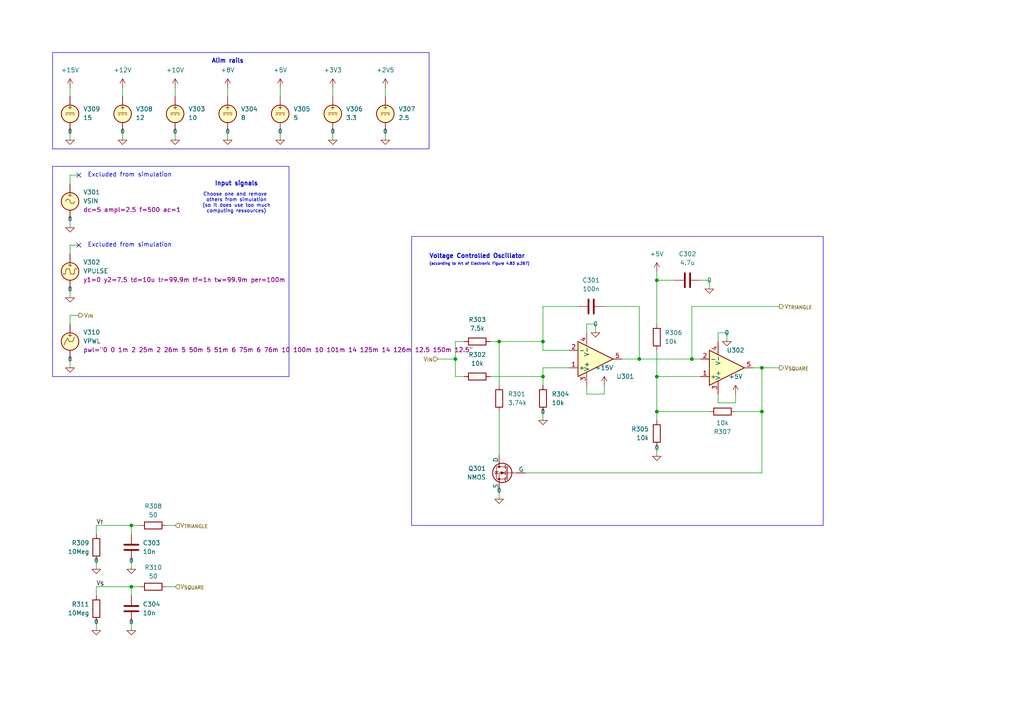
<source format=kicad_sch>
(kicad_sch (version 20231120) (generator "eeschema") (generator_version "8.0")
  (paper "A4")
  (lib_symbols
    (symbol "Device:C" (pin_numbers hide) (pin_names (offset 0.254))
      (property "Reference" "C" (at 0.635 2.54 0))
      (property "Value" "C" (at 0.635 -2.54 0))
      (symbol "C_0_1"
        (polyline (pts (xy -2.032 -0.762) (xy 2.032 -0.762)) (stroke (width 0.508)))
        (polyline (pts (xy -2.032 0.762) (xy 2.032 0.762)) (stroke (width 0.508)))
      )
      (symbol "C_1_1"
        (pin passive line (at 0 3.81 270) (length 2.794) (name "~") (number "1"))
        (pin passive line (at 0 -3.81 90) (length 2.794) (name "~") (number "2"))
      )
    )
    (symbol "Device:R" (pin_numbers hide) (pin_names (offset 0))
      (property "Reference" "R" (at 2.032 0 90))
      (property "Value" "R" (at 0 0 90))
      (symbol "R_0_1"
        (rectangle (start -1.016 -2.54) (end 1.016 2.54) (stroke (width 0.254)))
      )
      (symbol "R_1_1"
        (pin passive line (at 0 3.81 270) (length 1.27) (name "~") (number "1"))
        (pin passive line (at 0 -3.81 90) (length 1.27) (name "~") (number "2"))
      )
    )
    (symbol "Simulation_SPICE:0" (power) (pin_numbers hide) (pin_names (offset 0) hide)
      (property "Value" "0" (at 0 -2.54 0))
      (symbol "0_0_1"
        (polyline (pts (xy -1.27 0) (xy 0 -1.27) (xy 1.27 0) (xy -1.27 0)))
      )
      (symbol "0_1_1"
        (pin power_in line (at 0 0 0) (length 0) (name "~") (number "1"))
      )
    )
    (symbol "Simulation_SPICE:NMOS" (pin_numbers hide) (pin_names (offset 0))
      (property "Reference" "Q" (at 5.08 1.27 0))
      (property "Value" "NMOS" (at 5.08 -1.27 0))
      (symbol "NMOS_0_1"
        (polyline (pts (xy 0.254 0) (xy -2.54 0)))
        (polyline (pts (xy 0.254 1.905) (xy 0.254 -1.905)) (stroke (width 0.254)))
        (polyline (pts (xy 0.762 -1.27) (xy 0.762 -2.286)) (stroke (width 0.254)))
        (polyline (pts (xy 0.762 0.508) (xy 0.762 -0.508)) (stroke (width 0.254)))
        (polyline (pts (xy 0.762 2.286) (xy 0.762 1.27)) (stroke (width 0.254)))
        (polyline (pts (xy 2.54 2.54) (xy 2.54 1.778)))
        (polyline (pts (xy 2.54 -2.54) (xy 2.54 0) (xy 0.762 0)))
        (polyline (pts (xy 0.762 -1.778) (xy 3.302 -1.778) (xy 3.302 1.778) (xy 0.762 1.778)))
        (polyline (pts (xy 1.016 0) (xy 2.032 0.381) (xy 2.032 -0.381) (xy 1.016 0)) (fill (type outline)))
        (polyline (pts (xy 2.794 0.508) (xy 2.921 0.381) (xy 3.683 0.381) (xy 3.81 0.254)))
        (polyline (pts (xy 3.302 0.381) (xy 2.921 -0.254) (xy 3.683 -0.254) (xy 3.302 0.381)))
        (circle (center 1.651 0) (radius 2.794) (stroke (width 0.254)))
        (circle (center 2.54 -1.778) (radius 0.254) (fill (type outline)))
        (circle (center 2.54 1.778) (radius 0.254) (fill (type outline)))
      )
      (symbol "NMOS_1_1"
        (pin passive line (at 2.54 5.08 270) (length 2.54) (name "D") (number "1"))
        (pin input line (at -5.08 0 0) (length 2.54) (name "G") (number "2"))
        (pin passive line (at 2.54 -5.08 90) (length 2.54) (name "S") (number "3"))
      )
    )
    (symbol "Simulation_SPICE:OPAMP" (pin_names (offset 0.254))
      (property "Reference" "U" (at 3.81 3.175 0))
      (property "Value" "${SIM.PARAMS}" (at 3.81 -3.175 0))
      (symbol "OPAMP_0_1"
        (polyline (pts (xy 5.08 0) (xy -5.08 5.08) (xy -5.08 -5.08) (xy 5.08 0)) (stroke (width 0.254)) (fill (type background)))
      )
      (symbol "OPAMP_1_1"
        (pin input line (at -7.62 2.54 0) (length 2.54) (name "+") (number "1"))
        (pin input line (at -7.62 -2.54 0) (length 2.54) (name "-") (number "2"))
        (pin power_in line (at -2.54 7.62 270) (length 3.81) (name "V+") (number "3"))
        (pin power_in line (at -2.54 -7.62 90) (length 3.81) (name "V-") (number "4"))
        (pin output line (at 7.62 0 180) (length 2.54) (name "~") (number "5"))
      )
    )
    (symbol "Simulation_SPICE:VDC" (pin_numbers hide) (pin_names (offset 0.0254))
      (property "Reference" "V" (at 2.54 2.54 0))
      (property "Value" "1" (at 2.54 0 0))
      (symbol "VDC_0_0"
        (polyline (pts (xy -1.27 0.254) (xy 1.27 0.254)))
        (polyline (pts (xy -0.762 -0.254) (xy -1.27 -0.254)))
        (polyline (pts (xy 0.254 -0.254) (xy -0.254 -0.254)))
        (polyline (pts (xy 1.27 -0.254) (xy 0.762 -0.254)))
        (text "+" (at 0 1.905 0) (effects (font (size 1.27 1.27))))
      )
      (symbol "VDC_0_1"
        (circle (center 0 0) (radius 2.54) (stroke (width 0.254)) (fill (type background)))
      )
      (symbol "VDC_1_1"
        (pin passive line (at 0 5.08 270) (length 2.54) (name "~") (number "1"))
        (pin passive line (at 0 -5.08 90) (length 2.54) (name "~") (number "2"))
      )
    )
    (symbol "Simulation_SPICE:VPULSE" (pin_numbers hide) (pin_names (offset 0.0254))
      (property "Reference" "V" (at 2.54 2.54 0))
      (property "Value" "VPULSE" (at 2.54 0 0))
      (property "Sim.Params" "y1=0 y2=1 td=2n tr=2n tf=2n tw=50n per=100n" (at 2.54 -2.54 0))
      (symbol "VPULSE_0_0"
        (polyline (pts (xy -2.032 -0.762) (xy -1.397 -0.762) (xy -1.143 0.762) (xy -0.127 0.762) (xy 0.127 -0.762) (xy 1.143 -0.762) (xy 1.397 0.762) (xy 2.032 0.762)))
        (text "+" (at 0 1.905 0) (effects (font (size 1.27 1.27))))
      )
      (symbol "VPULSE_0_1"
        (circle (center 0 0) (radius 2.54) (stroke (width 0.254)) (fill (type background)))
      )
      (symbol "VPULSE_1_1"
        (pin passive line (at 0 5.08 270) (length 2.54) (name "~") (number "1"))
        (pin passive line (at 0 -5.08 90) (length 2.54) (name "~") (number "2"))
      )
    )
    (symbol "Simulation_SPICE:VPWL" (pin_numbers hide) (pin_names (offset 0.0254))
      (property "Reference" "V" (at 2.54 2.54 0))
      (property "Value" "VPWL" (at 2.54 0 0))
      (property "Sim.Params" "pwl=\"0 -1 50n -1 51n 0 97n 1 171n -1 200n -1\"" (at 2.54 -2.54 0))
      (symbol "VPWL_0_0"
        (polyline (pts (xy -1.778 -1.016) (xy -0.762 1.016) (xy -0.254 0) (xy 0.762 0) (xy 1.27 1.27)))
        (text "+" (at 0 1.905 0) (effects (font (size 1.27 1.27))))
      )
      (symbol "VPWL_0_1"
        (circle (center 0 0) (radius 2.54) (stroke (width 0.254)) (fill (type background)))
      )
      (symbol "VPWL_1_1"
        (pin passive line (at 0 5.08 270) (length 2.54) (name "~") (number "1"))
        (pin passive line (at 0 -5.08 90) (length 2.54) (name "~") (number "2"))
      )
    )
    (symbol "Simulation_SPICE:VSIN" (pin_numbers hide) (pin_names (offset 0.0254))
      (property "Reference" "V" (at 2.54 2.54 0))
      (property "Value" "VSIN" (at 2.54 0 0))
      (property "Sim.Params" "dc=0 ampl=1 f=1k ac=1" (at 2.54 -2.54 0))
      (symbol "VSIN_0_0"
        (arc (start 0 0) (mid -0.635 0.6323) (end -1.27 0))
        (arc (start 0 0) (mid 0.635 -0.6323) (end 1.27 0))
        (text "+" (at 0 1.905 0) (effects (font (size 1.27 1.27))))
      )
      (symbol "VSIN_0_1"
        (circle (center 0 0) (radius 2.54) (stroke (width 0.254)) (fill (type background)))
      )
      (symbol "VSIN_1_1"
        (pin passive line (at 0 5.08 270) (length 2.54) (name "~") (number "1"))
        (pin passive line (at 0 -5.08 90) (length 2.54) (name "~") (number "2"))
      )
    )
    (symbol "power:+10V" (power) (pin_numbers hide) (pin_names (offset 0) hide)
      (property "Value" "+10V" (at 0 3.556 0))
      (symbol "+10V_0_1"
        (polyline (pts (xy -0.762 1.27) (xy 0 2.54)))
        (polyline (pts (xy 0 0) (xy 0 2.54)))
        (polyline (pts (xy 0 2.54) (xy 0.762 1.27)))
      )
      (symbol "+10V_1_1"
        (pin power_in line (at 0 0 90) (length 0) (name "~") (number "1"))
      )
    )
    (symbol "power:+12V" (power) (pin_numbers hide) (pin_names (offset 0) hide)
      (property "Value" "+12V" (at 0 3.556 0))
      (symbol "+12V_0_1"
        (polyline (pts (xy -0.762 1.27) (xy 0 2.54)))
        (polyline (pts (xy 0 0) (xy 0 2.54)))
        (polyline (pts (xy 0 2.54) (xy 0.762 1.27)))
      )
      (symbol "+12V_1_1"
        (pin power_in line (at 0 0 90) (length 0) (name "~") (number "1"))
      )
    )
    (symbol "power:+15V" (power) (pin_numbers hide) (pin_names (offset 0) hide)
      (property "Value" "+15V" (at 0 3.556 0))
      (symbol "+15V_0_1"
        (polyline (pts (xy -0.762 1.27) (xy 0 2.54)))
        (polyline (pts (xy 0 0) (xy 0 2.54)))
        (polyline (pts (xy 0 2.54) (xy 0.762 1.27)))
      )
      (symbol "+15V_1_1"
        (pin power_in line (at 0 0 90) (length 0) (name "~") (number "1"))
      )
    )
    (symbol "power:+2V5" (power) (pin_numbers hide) (pin_names (offset 0) hide)
      (property "Value" "+2V5" (at 0 3.556 0))
      (symbol "+2V5_0_1"
        (polyline (pts (xy -0.762 1.27) (xy 0 2.54)))
        (polyline (pts (xy 0 0) (xy 0 2.54)))
        (polyline (pts (xy 0 2.54) (xy 0.762 1.27)))
      )
      (symbol "+2V5_1_1"
        (pin power_in line (at 0 0 90) (length 0) (name "~") (number "1"))
      )
    )
    (symbol "power:+3V3" (power) (pin_numbers hide) (pin_names (offset 0) hide)
      (property "Value" "+3V3" (at 0 3.556 0))
      (symbol "+3V3_0_1"
        (polyline (pts (xy -0.762 1.27) (xy 0 2.54)))
        (polyline (pts (xy 0 0) (xy 0 2.54)))
        (polyline (pts (xy 0 2.54) (xy 0.762 1.27)))
      )
      (symbol "+3V3_1_1"
        (pin power_in line (at 0 0 90) (length 0) (name "~") (number "1"))
      )
    )
    (symbol "power:+5V" (power) (pin_numbers hide) (pin_names (offset 0) hide)
      (property "Value" "+5V" (at 0 3.556 0))
      (symbol "+5V_0_1"
        (polyline (pts (xy -0.762 1.27) (xy 0 2.54)))
        (polyline (pts (xy 0 0) (xy 0 2.54)))
        (polyline (pts (xy 0 2.54) (xy 0.762 1.27)))
      )
      (symbol "+5V_1_1"
        (pin power_in line (at 0 0 90) (length 0) (name "~") (number "1"))
      )
    )
    (symbol "power:+8V" (power) (pin_numbers hide) (pin_names (offset 0) hide)
      (property "Value" "+8V" (at 0 3.556 0))
      (symbol "+8V_0_1"
        (polyline (pts (xy -0.762 1.27) (xy 0 2.54)))
        (polyline (pts (xy 0 0) (xy 0 2.54)))
        (polyline (pts (xy 0 2.54) (xy 0.762 1.27)))
      )
      (symbol "+8V_1_1"
        (pin power_in line (at 0 0 90) (length 0) (name "~") (number "1"))
      )
    )
  )
  (junction (at 185.42 104.14))
  (junction (at 157.48 99.06))
  (junction (at 190.5 119.38))
  (junction (at 144.78 99.06))
  (junction (at 220.98 119.38))
  (junction (at 190.5 81.28))
  (junction (at 38.1 152.4))
  (junction (at 200.66 104.14))
  (junction (at 220.98 106.68))
  (junction (at 132.08 104.14))
  (junction (at 157.48 109.22))
  (junction (at 38.1 170.18))
  (junction (at 190.5 109.22))
  (no_connect (at 22.86 71.12))
  (no_connect (at 22.86 50.8))
  (wire (pts (xy 172.72 93.98) (xy 170.18 93.98)))
  (wire (pts (xy 210.82 99.06) (xy 210.82 96.52)))
  (wire (pts (xy 185.42 104.14) (xy 180.34 104.14)))
  (wire (pts (xy 157.48 101.6) (xy 157.48 99.06)))
  (wire (pts (xy 157.48 106.68) (xy 157.48 109.22)))
  (wire (pts (xy 213.36 116.84) (xy 208.28 116.84)))
  (wire (pts (xy 81.28 25.4) (xy 81.28 27.94)))
  (wire (pts (xy 20.32 91.44) (xy 22.86 91.44)))
  (wire (pts (xy 144.78 119.38) (xy 144.78 132.08)))
  (wire (pts (xy 157.48 109.22) (xy 157.48 111.76)))
  (wire (pts (xy 208.28 114.3) (xy 208.28 116.84)))
  (wire (pts (xy 144.78 142.24) (xy 144.78 144.78)))
  (wire (pts (xy 35.56 38.1) (xy 35.56 40.64)))
  (wire (pts (xy 40.64 170.18) (xy 38.1 170.18)))
  (wire (pts (xy 27.94 180.34) (xy 27.94 182.88)))
  (wire (pts (xy 132.08 99.06) (xy 132.08 104.14)))
  (wire (pts (xy 200.66 104.14) (xy 203.2 104.14)))
  (wire (pts (xy 190.5 81.28) (xy 190.5 93.98)))
  (wire (pts (xy 220.98 106.68) (xy 220.98 119.38)))
  (wire (pts (xy 185.42 88.9) (xy 185.42 104.14)))
  (wire (pts (xy 144.78 99.06) (xy 144.78 111.76)))
  (wire (pts (xy 190.5 119.38) (xy 205.74 119.38)))
  (wire (pts (xy 132.08 104.14) (xy 132.08 109.22)))
  (wire (pts (xy 20.32 73.66) (xy 20.32 71.12)))
  (wire (pts (xy 170.18 111.76) (xy 170.18 114.3)))
  (wire (pts (xy 175.26 111.76) (xy 175.26 114.3)))
  (wire (pts (xy 96.52 38.1) (xy 96.52 40.64)))
  (wire (pts (xy 81.28 38.1) (xy 81.28 40.64)))
  (wire (pts (xy 20.32 38.1) (xy 20.32 40.64)))
  (wire (pts (xy 210.82 96.52) (xy 208.28 96.52)))
  (wire (pts (xy 142.24 99.06) (xy 144.78 99.06)))
  (wire (pts (xy 35.56 25.4) (xy 35.56 27.94)))
  (wire (pts (xy 175.26 88.9) (xy 185.42 88.9)))
  (wire (pts (xy 190.5 109.22) (xy 190.5 119.38)))
  (wire (pts (xy 27.94 152.4) (xy 27.94 154.94)))
  (wire (pts (xy 38.1 152.4) (xy 27.94 152.4)))
  (wire (pts (xy 38.1 152.4) (xy 38.1 154.94)))
  (wire (pts (xy 190.5 109.22) (xy 203.2 109.22)))
  (wire (pts (xy 190.5 81.28) (xy 195.58 81.28)))
  (wire (pts (xy 165.1 101.6) (xy 157.48 101.6)))
  (wire (pts (xy 27.94 170.18) (xy 38.1 170.18)))
  (wire (pts (xy 66.04 25.4) (xy 66.04 27.94)))
  (wire (pts (xy 142.24 109.22) (xy 157.48 109.22)))
  (wire (pts (xy 185.42 104.14) (xy 200.66 104.14)))
  (wire (pts (xy 40.64 152.4) (xy 38.1 152.4)))
  (wire (pts (xy 20.32 104.14) (xy 20.32 106.68)))
  (wire (pts (xy 127 104.14) (xy 132.08 104.14)))
  (wire (pts (xy 213.36 119.38) (xy 220.98 119.38)))
  (wire (pts (xy 220.98 106.68) (xy 226.06 106.68)))
  (wire (pts (xy 66.04 38.1) (xy 66.04 40.64)))
  (wire (pts (xy 157.48 99.06) (xy 157.48 88.9)))
  (wire (pts (xy 38.1 180.34) (xy 38.1 182.88)))
  (wire (pts (xy 220.98 119.38) (xy 220.98 137.16)))
  (wire (pts (xy 190.5 119.38) (xy 190.5 121.92)))
  (wire (pts (xy 170.18 93.98) (xy 170.18 96.52)))
  (wire (pts (xy 50.8 25.4) (xy 50.8 27.94)))
  (wire (pts (xy 111.76 38.1) (xy 111.76 40.64)))
  (wire (pts (xy 152.4 137.16) (xy 220.98 137.16)))
  (wire (pts (xy 20.32 83.82) (xy 20.32 86.36)))
  (wire (pts (xy 165.1 106.68) (xy 157.48 106.68)))
  (wire (pts (xy 27.94 172.72) (xy 27.94 170.18)))
  (wire (pts (xy 213.36 114.3) (xy 213.36 116.84)))
  (wire (pts (xy 48.26 152.4) (xy 50.8 152.4)))
  (wire (pts (xy 144.78 99.06) (xy 157.48 99.06)))
  (wire (pts (xy 134.62 99.06) (xy 132.08 99.06)))
  (wire (pts (xy 190.5 78.74) (xy 190.5 81.28)))
  (wire (pts (xy 27.94 162.56) (xy 27.94 165.1)))
  (wire (pts (xy 172.72 96.52) (xy 172.72 93.98)))
  (wire (pts (xy 20.32 50.8) (xy 20.32 53.34)))
  (wire (pts (xy 208.28 96.52) (xy 208.28 99.06)))
  (wire (pts (xy 157.48 119.38) (xy 157.48 121.92)))
  (wire (pts (xy 190.5 101.6) (xy 190.5 109.22)))
  (wire (pts (xy 111.76 25.4) (xy 111.76 27.94)))
  (wire (pts (xy 200.66 88.9) (xy 200.66 104.14)))
  (wire (pts (xy 20.32 25.4) (xy 20.32 27.94)))
  (wire (pts (xy 20.32 93.98) (xy 20.32 91.44)))
  (wire (pts (xy 50.8 38.1) (xy 50.8 40.64)))
  (wire (pts (xy 20.32 63.5) (xy 20.32 66.04)))
  (wire (pts (xy 157.48 88.9) (xy 167.64 88.9)))
  (wire (pts (xy 22.86 50.8) (xy 20.32 50.8)))
  (wire (pts (xy 190.5 129.54) (xy 190.5 132.334)))
  (wire (pts (xy 203.2 81.28) (xy 205.74 81.28)))
  (wire (pts (xy 218.44 106.68) (xy 220.98 106.68)))
  (wire (pts (xy 226.06 88.9) (xy 200.66 88.9)))
  (wire (pts (xy 38.1 162.56) (xy 38.1 165.1)))
  (wire (pts (xy 48.26 170.18) (xy 50.8 170.18)))
  (wire (pts (xy 175.26 114.3) (xy 170.18 114.3)))
  (wire (pts (xy 205.74 81.28) (xy 205.74 83.82)))
  (wire (pts (xy 96.52 25.4) (xy 96.52 27.94)))
  (wire (pts (xy 132.08 109.22) (xy 134.62 109.22)))
  (wire (pts (xy 20.32 71.12) (xy 22.86 71.12)))
  (wire (pts (xy 38.1 170.18) (xy 38.1 172.72)))
  (rectangle (start 15.24 48.26) (end 83.82 109.22))
  (rectangle (start 119.38 68.58) (end 238.76 152.4))
  (rectangle (start 15.24 15.24) (end 124.46 43.18))
  (text "Choose one and remove \nothers from simulation\n(so it does use too much\ncomputing ressources)" (at 68.58 55.88 0) (effects (font (size 1 1)) (justify top)))
  (text "(according to Art of Electronic Figure 4.83 p.267)" (at 124.46 76.2 0) (effects (font (size 0.75 0.75)) (justify left top)))
  (text "Excluded from simulation" (at 25.4 50.8 0) (effects (font (size 1.25 1.25)) (justify left)))
  (text "Voltage Controlled Oscillator" (at 124.46 73.66 0) (effects (font (size 1.25 1.25) (thickness 0.25) (bold yes)) (justify left top)))
  (text "Input signals" (at 68.58 53.34 0) (effects (font (size 1.25 1.25) (thickness 0.25) (bold yes))))
  (text "Alim rails" (at 66.04 17.78 0) (effects (font (size 1.25 1.25) (thickness 0.25) (bold yes))))
  (text "Excluded from simulation" (at 25.4 71.12 0) (effects (font (size 1.25 1.25)) (justify left)))
  (label "V_{T}" (at 27.94 152.4 0))
  (label "V_{S}" (at 27.94 170.18 0))
  (hierarchical_label "V_{IN}" (shape output) (at 22.86 91.44 0) (effects (font (size 1.25 1.25))))
  (hierarchical_label "V_{SQUARE}" (shape input) (at 50.8 170.18 0) (effects (font (size 1.25 1.25))))
  (hierarchical_label "V_{TRIANGLE}" (shape output) (at 226.06 88.9 0) (effects (font (size 1.25 1.25))))
  (hierarchical_label "V_{TRIANGLE}" (shape input) (at 50.8 152.4 0) (effects (font (size 1.25 1.25))))
  (hierarchical_label "V_{SQUARE}" (shape output) (at 226.06 106.68 0) (effects (font (size 1.25 1.25))))
  (hierarchical_label "V_{IN}" (shape input) (at 127 104.14 180) (effects (font (size 1.25 1.25))))
  (symbol (lib_id "Device:R") (at 190.5 97.79 0) (unit 1)
    (property "Reference" "R306" (at 192.786 96.5199 0) (effects (justify left)))
    (property "Value" "10k" (at 192.786 99.0599 0) (effects (justify left)))
    (property "Description" "Resistor" (effects (hide yes)))
  )
  (symbol (lib_id "Simulation_SPICE:0") (at 144.78 144.78 0) (unit 1)
    (property "Reference" "#GND0310" (effects (hide yes)))
    (property "Value" "0" (at 144.78 142.24 0))
    (property "Datasheet" "https://ngspice.sourceforge.io/docs/ngspice-html-manual/manual.xhtml#subsec_Circuit_elements__device" (effects (hide yes)))
    (property "Description" "0V reference potential for simulation" (effects (hide yes)))
  )
  (symbol (lib_id "Device:R") (at 209.55 119.38 90) (mirror x) (unit 1)
    (property "Reference" "R307" (at 209.55 125.222 90))
    (property "Value" "10k" (at 209.55 122.682 90))
    (property "Description" "Resistor" (effects (hide yes)))
  )
  (symbol (lib_id "Simulation_SPICE:OPAMP") (at 172.72 104.14 0) (mirror x) (unit 1)
    (property "Reference" "U301" (at 181.356 109.1886 0))
    (property "Value" "${SIM.PARAMS}" (at 181.356 107.2835 0))
    (property "Datasheet" "https://ngspice.sourceforge.io/docs/ngspice-html-manual/manual.xhtml#sec__SUBCKT_Subcircuits" (effects (hide yes)))
    (property "Description" "Operational amplifier, single, node sequence=1:+ 2:- 3:OUT 4:V+ 5:V-" (effects (hide yes)))
    (property "Sim.Pins" "1=in+ 2=in- 3=vcc 4=vee 5=out" (effects (hide yes)))
    (property "Sim.Device" "SUBCKT" (effects (hide yes)))
    (property "Sim.Library" "${KICAD8_SYMBOL_DIR}/Simulation_SPICE.sp" (effects (hide yes)))
    (property "Sim.Name" "kicad_builtin_opamp" (effects (hide yes)))
  )
  (symbol (lib_id "Simulation_SPICE:0") (at 172.72 96.52 0) (unit 1)
    (property "Reference" "#GND0312" (effects (hide yes)))
    (property "Value" "0" (at 172.72 93.98 0))
    (property "Datasheet" "https://ngspice.sourceforge.io/docs/ngspice-html-manual/manual.xhtml#subsec_Circuit_elements__device" (effects (hide yes)))
    (property "Description" "0V reference potential for simulation" (effects (hide yes)))
  )
  (symbol (lib_id "Device:R") (at 27.94 158.75 0) (mirror x) (unit 1)
    (property "Reference" "R309" (at 25.908 157.4799 0) (effects (justify right)))
    (property "Value" "10Meg" (at 25.908 160.0199 0) (effects (font (size 1.25 1.25)) (justify right)))
    (property "Description" "Resistor" (effects (hide yes)))
  )
  (symbol (lib_id "power:+5V") (at 213.36 114.3 0) (unit 1)
    (property "Reference" "#PWR0309" (effects (hide yes)))
    (property "Value" "+5V" (at 213.36 109.22 0))
    (property "Description" "Power symbol creates a global label with name \"+5V\"" (effects (hide yes)))
  )
  (symbol (lib_id "Simulation_SPICE:0") (at 27.94 182.88 0) (unit 1)
    (property "Reference" "#GND0317" (effects (hide yes)))
    (property "Value" "0" (at 27.94 180.34 0))
    (property "Datasheet" "https://ngspice.sourceforge.io/docs/ngspice-html-manual/manual.xhtml#subsec_Circuit_elements__device" (effects (hide yes)))
    (property "Description" "0V reference potential for simulation" (effects (hide yes)))
  )
  (symbol (lib_id "Device:R") (at 138.43 99.06 90) (unit 1)
    (property "Reference" "R303" (at 138.43 92.71 90))
    (property "Value" "7.5k" (at 138.43 95.25 90))
    (property "Description" "Resistor" (effects (hide yes)))
  )
  (symbol (lib_id "Simulation_SPICE:VDC") (at 35.56 33.02 0) (unit 1)
    (property "Reference" "V308" (at 39.37 31.6201 0) (effects (justify left)))
    (property "Value" "12" (at 39.37 34.1602 0) (effects (font (size 1.25 1.25)) (justify left)))
    (property "Datasheet" "https://ngspice.sourceforge.io/docs/ngspice-html-manual/manual.xhtml#sec_Independent_Sources_for" (effects (hide yes)))
    (property "Description" "Voltage source, DC" (effects (hide yes)))
    (property "Sim.Pins" "1=+ 2=-" (effects (hide yes)))
    (property "Sim.Type" "DC" (effects (hide yes)))
    (property "Sim.Device" "V" (effects (hide yes)))
  )
  (symbol (lib_id "Device:C") (at 38.1 176.53 180) (unit 1)
    (property "Reference" "C304" (at 41.402 175.2599 0) (effects (justify right)))
    (property "Value" "10n" (at 41.402 177.7999 0) (effects (justify right)))
    (property "Description" "Unpolarized capacitor" (effects (hide yes)))
  )
  (symbol (lib_id "Simulation_SPICE:0") (at 35.56 40.64 0) (unit 1)
    (property "Reference" "#GND0307" (effects (hide yes)))
    (property "Value" "0" (at 35.56 38.1 0))
    (property "Datasheet" "https://ngspice.sourceforge.io/docs/ngspice-html-manual/manual.xhtml#subsec_Circuit_elements__device" (effects (hide yes)))
    (property "Description" "0V reference potential for simulation" (effects (hide yes)))
  )
  (symbol (lib_id "Device:C") (at 38.1 158.75 180) (unit 1)
    (property "Reference" "C303" (at 41.402 157.4799 0) (effects (justify right)))
    (property "Value" "10n" (at 41.402 160.0199 0) (effects (justify right)))
    (property "Description" "Unpolarized capacitor" (effects (hide yes)))
  )
  (symbol (lib_id "Simulation_SPICE:0") (at 20.32 66.04 0) (unit 1)
    (property "Reference" "#GND0301" (effects (hide yes)))
    (property "Value" "0" (at 20.32 63.5 0))
    (property "Datasheet" "https://ngspice.sourceforge.io/docs/ngspice-html-manual/manual.xhtml#subsec_Circuit_elements__device" (effects (hide yes)))
    (property "Description" "0V reference potential for simulation" (effects (hide yes)))
  )
  (symbol (lib_id "Device:C") (at 199.39 81.28 270) (unit 1)
    (property "Reference" "C302" (at 199.39 73.66 90))
    (property "Value" "4.7u" (at 199.39 76.2 90))
    (property "Description" "Unpolarized capacitor" (effects (hide yes)))
  )
  (symbol (lib_id "Device:R") (at 44.45 170.18 90) (unit 1)
    (property "Reference" "R310" (at 44.45 164.592 90))
    (property "Value" "50" (at 44.45 167.132 90))
    (property "Description" "Resistor" (effects (hide yes)))
  )
  (symbol (lib_id "power:+15V") (at 20.32 25.4 0) (unit 1)
    (property "Reference" "#PWR0307" (effects (hide yes)))
    (property "Value" "+15V" (at 20.32 20.32 0))
    (property "Description" "Power symbol creates a global label with name \"+15V\"" (effects (hide yes)))
  )
  (symbol (lib_id "power:+12V") (at 35.56 25.4 0) (unit 1)
    (property "Reference" "#PWR0301" (effects (hide yes)))
    (property "Value" "+12V" (at 35.56 20.32 0))
    (property "Description" "Power symbol creates a global label with name \"+12V\"" (effects (hide yes)))
  )
  (symbol (lib_id "Simulation_SPICE:0") (at 157.48 121.92 0) (unit 1)
    (property "Reference" "#GND0311" (effects (hide yes)))
    (property "Value" "0" (at 157.48 119.38 0))
    (property "Datasheet" "https://ngspice.sourceforge.io/docs/ngspice-html-manual/manual.xhtml#subsec_Circuit_elements__device" (effects (hide yes)))
    (property "Description" "0V reference potential for simulation" (effects (hide yes)))
  )
  (symbol (lib_id "Device:R") (at 27.94 176.53 0) (mirror x) (unit 1)
    (property "Reference" "R311" (at 25.908 175.2599 0) (effects (justify right)))
    (property "Value" "10Meg" (at 25.908 177.7999 0) (effects (font (size 1.25 1.25)) (justify right)))
    (property "Description" "Resistor" (effects (hide yes)))
  )
  (symbol (lib_id "Simulation_SPICE:0") (at 38.1 165.1 0) (unit 1)
    (property "Reference" "#GND0318" (effects (hide yes)))
    (property "Value" "0" (at 38.1 162.56 0))
    (property "Datasheet" "https://ngspice.sourceforge.io/docs/ngspice-html-manual/manual.xhtml#subsec_Circuit_elements__device" (effects (hide yes)))
    (property "Description" "0V reference potential for simulation" (effects (hide yes)))
  )
  (symbol (lib_id "Simulation_SPICE:0") (at 205.74 83.82 0) (unit 1)
    (property "Reference" "#GND0315" (effects (hide yes)))
    (property "Value" "0" (at 205.74 81.28 0))
    (property "Datasheet" "https://ngspice.sourceforge.io/docs/ngspice-html-manual/manual.xhtml#subsec_Circuit_elements__device" (effects (hide yes)))
    (property "Description" "0V reference potential for simulation" (effects (hide yes)))
  )
  (symbol (lib_id "Simulation_SPICE:VDC") (at 111.76 33.02 0) (unit 1)
    (property "Reference" "V307" (at 115.57 31.6201 0) (effects (justify left)))
    (property "Value" "2.5" (at 115.57 34.1602 0) (effects (font (size 1.25 1.25)) (justify left)))
    (property "Datasheet" "https://ngspice.sourceforge.io/docs/ngspice-html-manual/manual.xhtml#sec_Independent_Sources_for" (effects (hide yes)))
    (property "Description" "Voltage source, DC" (effects (hide yes)))
    (property "Sim.Pins" "1=+ 2=-" (effects (hide yes)))
    (property "Sim.Type" "DC" (effects (hide yes)))
    (property "Sim.Device" "V" (effects (hide yes)))
  )
  (symbol (lib_id "Simulation_SPICE:VDC") (at 66.04 33.02 0) (unit 1)
    (property "Reference" "V304" (at 69.85 31.6201 0) (effects (justify left)))
    (property "Value" "8" (at 69.85 34.1602 0) (effects (font (size 1.25 1.25)) (justify left)))
    (property "Datasheet" "https://ngspice.sourceforge.io/docs/ngspice-html-manual/manual.xhtml#sec_Independent_Sources_for" (effects (hide yes)))
    (property "Description" "Voltage source, DC" (effects (hide yes)))
    (property "Sim.Pins" "1=+ 2=-" (effects (hide yes)))
    (property "Sim.Type" "DC" (effects (hide yes)))
    (property "Sim.Device" "V" (effects (hide yes)))
  )
  (symbol (lib_id "power:+15V") (at 175.26 111.76 0) (unit 1)
    (property "Reference" "#PWR0308" (effects (hide yes)))
    (property "Value" "+15V" (at 175.26 106.68 0))
    (property "Description" "Power symbol creates a global label with name \"+15V\"" (effects (hide yes)))
  )
  (symbol (lib_id "Simulation_SPICE:NMOS") (at 147.32 137.16 0) (mirror y) (unit 1)
    (property "Reference" "Q301" (at 140.97 135.8899 0) (effects (justify left)))
    (property "Value" "NMOS" (at 140.97 138.4299 0) (effects (justify left)))
    (property "Datasheet" "https://ngspice.sourceforge.io/docs/ngspice-html-manual/manual.xhtml#cha_MOSFETs" (effects (hide yes)))
    (property "Description" "N-MOSFET transistor, drain/source/gate" (effects (hide yes)))
    (property "Sim.Device" "NMOS" (effects (hide yes)))
    (property "Sim.Type" "VDMOS" (effects (hide yes)))
    (property "Sim.Pins" "1=D 2=G 3=S" (effects (hide yes)))
  )
  (symbol (lib_id "Simulation_SPICE:VPWL") (at 20.32 99.06 0) (unit 1)
    (property "Reference" "V310" (at 24.13 96.3901 0) (effects (justify left)))
    (property "Value" "VPWL" (at 24.13 98.9301 0) (effects (justify left)))
    (property "Datasheet" "https://ngspice.sourceforge.io/docs/ngspice-html-manual/manual.xhtml#sec_Independent_Sources_for" (effects (hide yes)))
    (property "Description" "Voltage source, piece-wise linear" (effects (hide yes)))
    (property "Sim.Pins" "1=+ 2=-" (effects (hide yes)))
    (property "Sim.Device" "V" (effects (hide yes)))
    (property "Sim.Params" "pwl=\"0 0 1m 2 25m 2 26m 5 50m 5 51m 6 75m 6 76m 10 100m 10 101m 14 125m 14 126m 12.5 150m 12.5\"" (at 24.13 101.4701 0) (effects (justify left)))
    (property "Sim.Type" "PWL" (effects (hide yes)))
  )
  (symbol (lib_id "Simulation_SPICE:VDC") (at 81.28 33.02 0) (unit 1)
    (property "Reference" "V305" (at 85.09 31.6201 0) (effects (justify left)))
    (property "Value" "5" (at 85.09 34.1602 0) (effects (font (size 1.25 1.25)) (justify left)))
    (property "Datasheet" "https://ngspice.sourceforge.io/docs/ngspice-html-manual/manual.xhtml#sec_Independent_Sources_for" (effects (hide yes)))
    (property "Description" "Voltage source, DC" (effects (hide yes)))
    (property "Sim.Pins" "1=+ 2=-" (effects (hide yes)))
    (property "Sim.Type" "DC" (effects (hide yes)))
    (property "Sim.Device" "V" (effects (hide yes)))
  )
  (symbol (lib_id "Simulation_SPICE:0") (at 66.04 40.64 0) (unit 1)
    (property "Reference" "#GND0302" (effects (hide yes)))
    (property "Value" "0" (at 66.04 38.1 0))
    (property "Datasheet" "https://ngspice.sourceforge.io/docs/ngspice-html-manual/manual.xhtml#subsec_Circuit_elements__device" (effects (hide yes)))
    (property "Description" "0V reference potential for simulation" (effects (hide yes)))
  )
  (symbol (lib_id "power:+5V") (at 190.5 78.74 0) (unit 1)
    (property "Reference" "#PWR0310" (effects (hide yes)))
    (property "Value" "+5V" (at 190.5 73.66 0))
    (property "Description" "Power symbol creates a global label with name \"+5V\"" (effects (hide yes)))
  )
  (symbol (lib_id "Simulation_SPICE:OPAMP") (at 210.82 106.68 0) (mirror x) (unit 1)
    (property "Reference" "U302" (at 213.36 101.6 0))
    (property "Value" "${SIM.PARAMS}" (at 219.456 109.8235 0))
    (property "Datasheet" "https://ngspice.sourceforge.io/docs/ngspice-html-manual/manual.xhtml#sec__SUBCKT_Subcircuits" (effects (hide yes)))
    (property "Description" "Operational amplifier, single, node sequence=1:+ 2:- 3:OUT 4:V+ 5:V-" (effects (hide yes)))
    (property "Sim.Pins" "1=in+ 2=in- 3=vcc 4=vee 5=out" (effects (hide yes)))
    (property "Sim.Device" "SUBCKT" (effects (hide yes)))
    (property "Sim.Library" "${KICAD8_SYMBOL_DIR}/Simulation_SPICE.sp" (effects (hide yes)))
    (property "Sim.Name" "kicad_builtin_opamp" (effects (hide yes)))
  )
  (symbol (lib_id "Simulation_SPICE:0") (at 20.32 106.68 0) (unit 1)
    (property "Reference" "#GND0320" (effects (hide yes)))
    (property "Value" "0" (at 20.32 104.14 0))
    (property "Datasheet" "https://ngspice.sourceforge.io/docs/ngspice-html-manual/manual.xhtml#subsec_Circuit_elements__device" (effects (hide yes)))
    (property "Description" "0V reference potential for simulation" (effects (hide yes)))
  )
  (symbol (lib_id "Simulation_SPICE:VPULSE") (at 20.32 78.74 0) (unit 1) (exclude_from_sim yes)
    (property "Reference" "V302" (at 24.13 76.0701 0) (effects (justify left)))
    (property "Value" "VPULSE" (at 24.13 78.6101 0) (effects (justify left)))
    (property "Datasheet" "https://ngspice.sourceforge.io/docs/ngspice-html-manual/manual.xhtml#sec_Independent_Sources_for" (effects (hide yes)))
    (property "Description" "Voltage source, pulse" (effects (hide yes)))
    (property "Sim.Pins" "1=+ 2=-" (effects (hide yes)))
    (property "Sim.Type" "PULSE" (effects (hide yes)))
    (property "Sim.Device" "V" (effects (hide yes)))
    (property "Sim.Params" "y1=0 y2=7.5 td=10u tr=99.9m tf=1n tw=99.9m per=100m" (at 24.13 81.1501 0) (effects (justify left)))
  )
  (symbol (lib_id "power:+2V5") (at 111.76 25.4 0) (unit 1)
    (property "Reference" "#PWR0305" (effects (hide yes)))
    (property "Value" "+2V5" (at 111.76 20.32 0))
    (property "Description" "Power symbol creates a global label with name \"+2V5\"" (effects (hide yes)))
  )
  (symbol (lib_id "Device:R") (at 157.48 115.57 0) (unit 1)
    (property "Reference" "R304" (at 160.02 114.2999 0) (effects (justify left)))
    (property "Value" "10k" (at 160.02 116.8399 0) (effects (justify left)))
    (property "Description" "Resistor" (effects (hide yes)))
  )
  (symbol (lib_id "power:+8V") (at 66.04 25.4 0) (unit 1)
    (property "Reference" "#PWR0302" (effects (hide yes)))
    (property "Value" "+8V" (at 66.04 20.32 0))
    (property "Description" "Power symbol creates a global label with name \"+8V\"" (effects (hide yes)))
  )
  (symbol (lib_id "Simulation_SPICE:0") (at 20.32 86.36 0) (unit 1)
    (property "Reference" "#GND0309" (effects (hide yes)))
    (property "Value" "0" (at 20.32 83.82 0))
    (property "Datasheet" "https://ngspice.sourceforge.io/docs/ngspice-html-manual/manual.xhtml#subsec_Circuit_elements__device" (effects (hide yes)))
    (property "Description" "0V reference potential for simulation" (effects (hide yes)))
  )
  (symbol (lib_id "Device:R") (at 144.78 115.57 0) (unit 1)
    (property "Reference" "R301" (at 147.32 114.2999 0) (effects (justify left)))
    (property "Value" "3.74k" (at 147.32 116.8399 0) (effects (justify left)))
    (property "Description" "Resistor" (effects (hide yes)))
  )
  (symbol (lib_id "Device:R") (at 138.43 109.22 90) (unit 1)
    (property "Reference" "R302" (at 138.43 102.87 90))
    (property "Value" "10k" (at 138.43 105.41 90))
    (property "Description" "Resistor" (effects (hide yes)))
  )
  (symbol (lib_id "Simulation_SPICE:0") (at 96.52 40.64 0) (unit 1)
    (property "Reference" "#GND0305" (effects (hide yes)))
    (property "Value" "0" (at 96.52 38.1 0))
    (property "Datasheet" "https://ngspice.sourceforge.io/docs/ngspice-html-manual/manual.xhtml#subsec_Circuit_elements__device" (effects (hide yes)))
    (property "Description" "0V reference potential for simulation" (effects (hide yes)))
  )
  (symbol (lib_id "Simulation_SPICE:0") (at 27.94 165.1 0) (unit 1)
    (property "Reference" "#GND0319" (effects (hide yes)))
    (property "Value" "0" (at 27.94 162.56 0))
    (property "Datasheet" "https://ngspice.sourceforge.io/docs/ngspice-html-manual/manual.xhtml#subsec_Circuit_elements__device" (effects (hide yes)))
    (property "Description" "0V reference potential for simulation" (effects (hide yes)))
  )
  (symbol (lib_id "Simulation_SPICE:0") (at 190.5 132.334 0) (unit 1)
    (property "Reference" "#GND0314" (effects (hide yes)))
    (property "Value" "0" (at 190.5 129.794 0))
    (property "Datasheet" "https://ngspice.sourceforge.io/docs/ngspice-html-manual/manual.xhtml#subsec_Circuit_elements__device" (effects (hide yes)))
    (property "Description" "0V reference potential for simulation" (effects (hide yes)))
  )
  (symbol (lib_id "Device:R") (at 190.5 125.73 0) (mirror y) (unit 1)
    (property "Reference" "R305" (at 188.214 124.4599 0) (effects (justify left)))
    (property "Value" "10k" (at 188.214 126.9999 0) (effects (justify left)))
    (property "Description" "Resistor" (effects (hide yes)))
  )
  (symbol (lib_id "Simulation_SPICE:VSIN") (at 20.32 58.42 0) (unit 1) (exclude_from_sim yes)
    (property "Reference" "V301" (at 24.13 55.7501 0) (effects (justify left)))
    (property "Value" "VSIN" (at 24.13 58.2901 0) (effects (justify left)))
    (property "Datasheet" "https://ngspice.sourceforge.io/docs/ngspice-html-manual/manual.xhtml#sec_Independent_Sources_for" (effects (hide yes)))
    (property "Description" "Voltage source, sinusoidal" (effects (hide yes)))
    (property "Sim.Pins" "1=+ 2=-" (effects (hide yes)))
    (property "Sim.Params" "dc=5 ampl=2.5 f=500 ac=1" (at 24.13 60.8301 0) (effects (justify left)))
    (property "Sim.Type" "SIN" (effects (hide yes)))
    (property "Sim.Device" "V" (effects (hide yes)))
  )
  (symbol (lib_id "Simulation_SPICE:0") (at 38.1 182.88 0) (unit 1)
    (property "Reference" "#GND0316" (effects (hide yes)))
    (property "Value" "0" (at 38.1 180.34 0))
    (property "Datasheet" "https://ngspice.sourceforge.io/docs/ngspice-html-manual/manual.xhtml#subsec_Circuit_elements__device" (effects (hide yes)))
    (property "Description" "0V reference potential for simulation" (effects (hide yes)))
  )
  (symbol (lib_id "Simulation_SPICE:0") (at 111.76 40.64 0) (unit 1)
    (property "Reference" "#GND0306" (effects (hide yes)))
    (property "Value" "0" (at 111.76 38.1 0))
    (property "Datasheet" "https://ngspice.sourceforge.io/docs/ngspice-html-manual/manual.xhtml#subsec_Circuit_elements__device" (effects (hide yes)))
    (property "Description" "0V reference potential for simulation" (effects (hide yes)))
  )
  (symbol (lib_id "Simulation_SPICE:0") (at 81.28 40.64 0) (unit 1)
    (property "Reference" "#GND0304" (effects (hide yes)))
    (property "Value" "0" (at 81.28 38.1 0))
    (property "Datasheet" "https://ngspice.sourceforge.io/docs/ngspice-html-manual/manual.xhtml#subsec_Circuit_elements__device" (effects (hide yes)))
    (property "Description" "0V reference potential for simulation" (effects (hide yes)))
  )
  (symbol (lib_id "Simulation_SPICE:VDC") (at 20.32 33.02 0) (unit 1)
    (property "Reference" "V309" (at 24.13 31.6201 0) (effects (justify left)))
    (property "Value" "15" (at 24.13 34.1602 0) (effects (font (size 1.25 1.25)) (justify left)))
    (property "Datasheet" "https://ngspice.sourceforge.io/docs/ngspice-html-manual/manual.xhtml#sec_Independent_Sources_for" (effects (hide yes)))
    (property "Description" "Voltage source, DC" (effects (hide yes)))
    (property "Sim.Pins" "1=+ 2=-" (effects (hide yes)))
    (property "Sim.Type" "DC" (effects (hide yes)))
    (property "Sim.Device" "V" (effects (hide yes)))
  )
  (symbol (lib_id "Simulation_SPICE:VDC") (at 50.8 33.02 0) (unit 1)
    (property "Reference" "V303" (at 54.61 31.6201 0) (effects (justify left)))
    (property "Value" "10" (at 54.61 34.1602 0) (effects (font (size 1.25 1.25)) (justify left)))
    (property "Datasheet" "https://ngspice.sourceforge.io/docs/ngspice-html-manual/manual.xhtml#sec_Independent_Sources_for" (effects (hide yes)))
    (property "Description" "Voltage source, DC" (effects (hide yes)))
    (property "Sim.Pins" "1=+ 2=-" (effects (hide yes)))
    (property "Sim.Type" "DC" (effects (hide yes)))
    (property "Sim.Device" "V" (effects (hide yes)))
  )
  (symbol (lib_id "Simulation_SPICE:0") (at 20.32 40.64 0) (unit 1)
    (property "Reference" "#GND0308" (effects (hide yes)))
    (property "Value" "0" (at 20.32 38.1 0))
    (property "Datasheet" "https://ngspice.sourceforge.io/docs/ngspice-html-manual/manual.xhtml#subsec_Circuit_elements__device" (effects (hide yes)))
    (property "Description" "0V reference potential for simulation" (effects (hide yes)))
  )
  (symbol (lib_id "Simulation_SPICE:VDC") (at 96.52 33.02 0) (unit 1)
    (property "Reference" "V306" (at 100.33 31.6201 0) (effects (justify left)))
    (property "Value" "3.3" (at 100.33 34.1602 0) (effects (font (size 1.25 1.25)) (justify left)))
    (property "Datasheet" "https://ngspice.sourceforge.io/docs/ngspice-html-manual/manual.xhtml#sec_Independent_Sources_for" (effects (hide yes)))
    (property "Description" "Voltage source, DC" (effects (hide yes)))
    (property "Sim.Pins" "1=+ 2=-" (effects (hide yes)))
    (property "Sim.Type" "DC" (effects (hide yes)))
    (property "Sim.Device" "V" (effects (hide yes)))
  )
  (symbol (lib_id "Simulation_SPICE:0") (at 50.8 40.64 0) (unit 1)
    (property "Reference" "#GND0303" (effects (hide yes)))
    (property "Value" "0" (at 50.8 38.1 0))
    (property "Datasheet" "https://ngspice.sourceforge.io/docs/ngspice-html-manual/manual.xhtml#subsec_Circuit_elements__device" (effects (hide yes)))
    (property "Description" "0V reference potential for simulation" (effects (hide yes)))
  )
  (symbol (lib_id "power:+3V3") (at 96.52 25.4 0) (unit 1)
    (property "Reference" "#PWR0304" (effects (hide yes)))
    (property "Value" "+3V3" (at 96.52 20.32 0))
    (property "Description" "Power symbol creates a global label with name \"+3V3\"" (effects (hide yes)))
  )
  (symbol (lib_id "power:+5V") (at 81.28 25.4 0) (unit 1)
    (property "Reference" "#PWR0303" (effects (hide yes)))
    (property "Value" "+5V" (at 81.28 20.32 0))
    (property "Description" "Power symbol creates a global label with name \"+5V\"" (effects (hide yes)))
  )
  (symbol (lib_id "Device:C") (at 171.45 88.9 90) (unit 1)
    (property "Reference" "C301" (at 171.45 81.28 90))
    (property "Value" "100n" (at 171.45 83.82 90))
    (property "Description" "Unpolarized capacitor" (effects (hide yes)))
  )
  (symbol (lib_id "power:+10V") (at 50.8 25.4 0) (unit 1)
    (property "Reference" "#PWR0306" (effects (hide yes)))
    (property "Value" "+10V" (at 50.8 20.32 0))
    (property "Description" "Power symbol creates a global label with name \"+10V\"" (effects (hide yes)))
  )
  (symbol (lib_id "Simulation_SPICE:0") (at 210.82 99.06 0) (unit 1)
    (property "Reference" "#GND0313" (effects (hide yes)))
    (property "Value" "0" (at 210.82 96.52 0))
    (property "Datasheet" "https://ngspice.sourceforge.io/docs/ngspice-html-manual/manual.xhtml#subsec_Circuit_elements__device" (effects (hide yes)))
    (property "Description" "0V reference potential for simulation" (effects (hide yes)))
  )
  (symbol (lib_id "Device:R") (at 44.45 152.4 90) (unit 1)
    (property "Reference" "R308" (at 44.45 146.812 90))
    (property "Value" "50" (at 44.45 149.352 90))
    (property "Description" "Resistor" (effects (hide yes)))
  )
)
</source>
